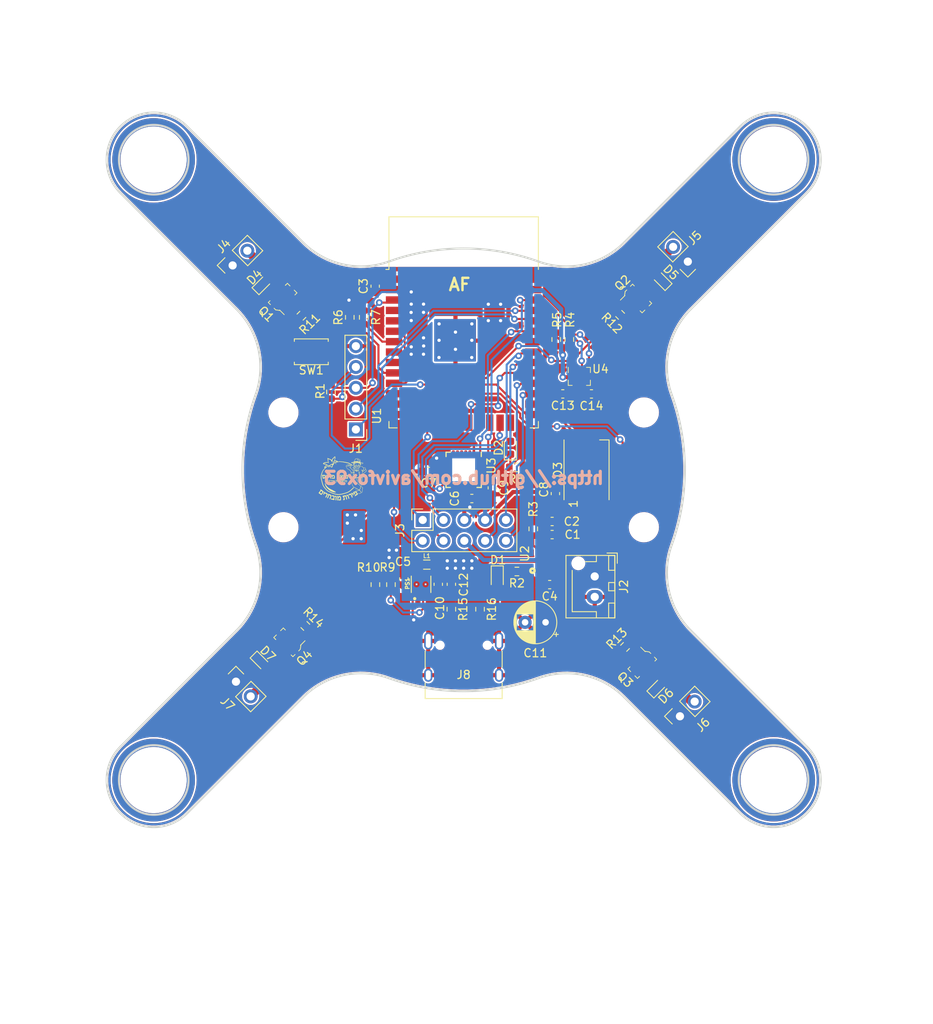
<source format=kicad_pcb>
(kicad_pcb (version 20211014) (generator pcbnew)
  (layers (0 "F.Cu" signal) (31 "B.Cu" signal) (34 "B.Paste" user) (35 "F.Paste" user) (36 "B.SilkS" user "B.Silkscreen") (37 "F.SilkS" user "F.Silkscreen") (38 "B.Mask" user) (39 "F.Mask" user) (44 "Edge.Cuts" user))
  (net 0 "")
  (net 1 "+5V")
  (net 2 "GND")
  (net 3 "VCC")
  (net 4 "+BATT")
  (net 5 "Net-(C7-Pad1)")
  (net 6 "Net-(C9-Pad1)")
  (net 7 "Net-(D1-Pad1)")
  (net 8 "Net-(D2-Pad1)")
  (net 9 "/BLE_IND")
  (net 11 "/RGB_D")
  (net 12 "Net-(D4-Pad2)")
  (net 13 "Net-(D5-Pad2)")
  (net 14 "Net-(D6-Pad2)")
  (net 15 "Net-(D7-Pad2)")
  (net 16 "/RX")
  (net 17 "/TX")
  (net 18 "/EN")
  (net 19 "/DTR")
  (net 20 "/GPIO5")
  (net 21 "/GPIO12")
  (net 22 "/GPIO13")
  (net 23 "/GPIO15")
  (net 24 "/GPIO18")
  (net 25 "/GPIO17")
  (net 26 "/GPIO16")
  (net 27 "Net-(L1-Pad1)")
  (net 28 "Net-(PS1-Pad3)")
  (net 30 "/MOTOR_1")
  (net 31 "/MOTOR_2")
  (net 32 "/MOTOR_3")
  (net 33 "/MOTOR_4")
  (net 34 "/~{CHRG}")
  (net 35 "Net-(R3-Pad1)")
  (net 36 "/SCL")
  (net 37 "/SDA")
  (net 38 "/BATT_ADC")
  (net 54 "/MPU6050_INT")
  (net 55 "Net-(J8-PadA5)")
  (net 59 "Net-(J8-PadB5)")
  (footprint "Resistor_SMD:R_0603_1608Metric" (layer "F.Cu") (at 153.3 55.1 -90)
    (fp_text reference "R5")
    (fp_text value "5.1K")
  )
  (footprint "Diode_SMD:D_SOD-523" (layer "F.Cu") (at 166.2 47.9 135)
    (fp_text reference "D5")
    (fp_text value "1N4148WT")
  )
  (footprint "digikey-footprints:SOT-23-3" (layer "F.Cu") (at 119.9 50 135)
    (fp_text reference "Q1")
    (fp_text value "IRLML6344TRPBF")
  )
  (footprint "Resistor_SMD:R_0603_1608Metric" (layer "F.Cu") (at 144 88 -90)
    (fp_text reference "R16")
    (fp_text value "5.1K")
  )
  (footprint "Inductor_SMD:L_0805_2012Metric" (layer "F.Cu") (at 137.5 82.5625)
    (fp_text reference "L1")
    (fp_text value "1.0uH 40mOhm ")
  )
  (footprint "Connector_JST:JST_XH_B2B-XH-AM_1x02_P2.50mm_Vertical" (layer "F.Cu") (at 158 84 -90)
    (fp_text reference "J2")
    (fp_text value "Battery")
  )
  (footprint "Capacitor_SMD:C_0603_1608Metric" (layer "F.Cu") (at 131.2 48.6 90)
    (fp_text reference "C3")
    (fp_text value "10uF")
  )
  (footprint "Sensor_Motion:InvenSense_QFN-24_4x4mm_P0.5mm" (layer "F.Cu") (at 142 71 -90)
    (fp_text reference "U3")
    (fp_text value "MPU-6050")
  )
  (footprint "Button_Switch_SMD:SW_Push_SPST_NO_Alps_SKRK" (layer "F.Cu") (at 123.4 56.6 180)
    (fp_text reference "SW1")
    (fp_text value "SW_Push")
  )
  (footprint "Resistor_SMD:R_0603_1608Metric" (layer "F.Cu") (at 161.1 52.1 135)
    (fp_text reference "R12")
    (fp_text value "10K")
  )
  (footprint "Capacitor_SMD:C_0603_1608Metric" (layer "F.Cu") (at 152.8 78.9 180)
    (fp_text reference "C1")
    (fp_text value "22uF")
  )
  (footprint "Capacitor_THT:CP_Radial_D5.0mm_P2.50mm" (layer "F.Cu") (at 152 89.6 180)
    (fp_text reference "C11")
    (fp_text value "220uF")
  )
  (footprint "Connector_PinSocket_2.54mm:PinSocket_2x05_P2.54mm_Vertical" (layer "F.Cu") (at 137 77.11 90)
    (fp_text reference "J3")
    (fp_text value "Conn_02x05_Counter_Clockwise")
  )
  (footprint "Connector_USB:USB_C_Receptacle_HRO_TYPE-C-31-M-12" (layer "F.Cu") (at 142 95)
    (fp_text reference "J8")
    (fp_text value "USB_C_Receptacle_USB2.0")
  )
  (footprint "Package_LGA:Bosch_LGA-8_2x2.5mm_P0.65mm_ClockwisePinNumbering" (layer "F.Cu") (at 156.12 59.6)
    (fp_text reference "U4")
    (fp_text value "BMP280")
  )
  (footprint "Connector_PinSocket_2.54mm:PinSocket_1x02_P2.54mm_Vertical" (layer "F.Cu") (at 114.203949 96.838334 45)
    (fp_text reference "J7")
    (fp_text value "Conn_01x02")
  )
  (footprint "my_logos:meshek_fox_logo.kicad_5.9X6.0_mod" (layer "F.Cu") (at 127.2 71.8)
    (fp_text reference "LOGO1" hide)
    (fp_text value "Logo_Open_Hardware_Small" hide)
  )
  (footprint "Resistor_SMD:R_0603_1608Metric" (layer "F.Cu") (at 122.670155 90.039895 -45)
    (fp_text reference "R14")
    (fp_text value "10K")
  )
  (footprint "footprints:SOT95P280X130-5N" (layer "F.Cu") (at 152 82 90)
    (fp_text reference "U2")
    (fp_text value "XC6802A42XMR-G")
  )
  (footprint "my_modules:PCB Drone Edgecuts" (layer "F.Cu") (at 142 71)
    (fp_text reference "SYM1" hide)
    (fp_text value "SYM_Hot_Small")
    (fp_line (start -27.740085 19.608357) (end -41.896077 33.764349) (layer "Edge.Cuts") (width 0.25))
    (fp_line (start 27.740085 -19.608357) (end 41.896077 -33.764349) (layer "Edge.Cuts") (width 0.25))
    (fp_line (start 19.608357 27.740085) (end 33.764349 41.896077) (layer "Edge.Cuts") (width 0.25))
    (fp_line (start -19.608357 -27.740085) (end -33.764349 -41.896077) (layer "Edge.Cuts") (width 0.25))
    (fp_line (start 41.896077 33.764349) (end 27.740085 19.608357) (layer "Edge.Cuts") (width 0.25))
    (fp_line (start -41.896077 -33.764349) (end -27.740085 -19.608357) (layer "Edge.Cuts") (width 0.25))
    (fp_line (start 33.764349 -41.896077) (end 19.608357 -27.740085) (layer "Edge.Cuts") (width 0.25))
    (fp_line (start -33.764349 41.896077) (end -19.608357 27.740085) (layer "Edge.Cuts") (width 0.25))
    (fp_arc (start 9.148833 25.402733) (mid 0 27) (end -9.148833 25.402733) (layer "Edge.Cuts") (width 0.25))
    (fp_arc (start 25.402733 -9.148833) (mid 27 0) (end 25.402733 9.148833) (layer "Edge.Cuts") (width 0.25))
    (fp_arc (start 9.148833 25.402733) (mid 14.718163 25.051861) (end 19.608357 27.740085) (layer "Edge.Cuts") (width 0.25))
    (fp_arc (start -9.148833 -25.402733) (mid -14.718163 -25.051861) (end -19.608357 -27.740085) (layer "Edge.Cuts") (width 0.25))
    (fp_arc (start 33.764349 -41.896077) (mid 41.896077 -41.896077) (end 41.896077 -33.764349) (layer "Edge.Cuts") (width 0.25))
    (fp_arc (start -27.740085 -19.608357) (mid -25.051861 -14.718163) (end -25.402733 -9.148833) (layer "Edge.Cuts") (width 0.25))
    (fp_arc (start -25.402733 9.148833) (mid -27 0) (end -25.402733 -9.148833) (layer "Edge.Cuts") (width 0.25))
    (fp_arc (start -25.402733 9.148833) (mid -25.051861 14.718163) (end -27.740085 19.608357) (layer "Edge.Cuts") (width 0.25))
    (fp_arc (start -19.608357 27.740085) (mid -14.718163 25.051861) (end -9.148833 25.402733) (layer "Edge.Cuts") (width 0.25))
    (fp_arc (start 19.608357 -27.740085) (mid 14.718163 -25.051861) (end 9.148833 -25.402733) (layer "Edge.Cuts") (width 0.25))
    (fp_arc (start 25.402733 -9.148833) (mid 25.051861 -14.718163) (end 27.740085 -19.608357) (layer "Edge.Cuts") (width 0.25))
    (fp_arc (start 27.740085 19.608357) (mid 25.051861 14.718163) (end 25.402733 9.148833) (layer "Edge.Cuts") (width 0.25))
    (fp_arc (start -41.896077 -33.764349) (mid -41.896077 -41.896077) (end -33.764349 -41.896077) (layer "Edge.Cuts") (width 0.25))
    (fp_arc (start -33.764349 41.896077) (mid -41.896077 41.896077) (end -41.896077 33.764349) (layer "Edge.Cuts") (width 0.25))
    (fp_arc (start -9.148833 -25.402733) (mid 0 -27) (end 9.148833 -25.402733) (layer "Edge.Cuts") (width 0.25))
    (fp_arc (start 41.896077 33.764349) (mid 41.896077 41.896077) (end 33.764349 41.896077) (layer "Edge.Cuts") (width 0.25))
    (fp_circle (center -37.830213 -37.830213) (end -33.580213 -37.830213) (layer "Edge.Cuts") (width 0.25) (fill none))
    (fp_circle (center -37.830213 37.830213) (end -33.580213 37.830213) (layer "Edge.Cuts") (width 0.25) (fill none))
    (fp_circle (center 37.830213 37.830213) (end 42.080213 37.830213) (layer "Edge.Cuts") (width 0.25) (fill none))
    (fp_circle (center 37.830213 -37.830213) (end 42.080213 -37.830213) (layer "Edge.Cuts") (width 0.25) (fill none))
  )
  (footprint "Resistor_SMD:R_0603_1608Metric" (layer "F.Cu") (at 140.5 88 -90)
    (fp_text reference "R15")
    (fp_text value "5.1K")
  )
  (footprint "digikey-footprints:SOT-23-3" (layer "F.Cu") (at 163.2 50.1 45)
    (fp_text reference "Q2")
    (fp_text value "IRLML6344TRPBF")
  )
  (footprint "LED_SMD:LED_WS2812B_PLCC4_5.0x5.0mm_P3.2mm" (layer "F.Cu") (at 157 71 90)
    (fp_text reference "D3")
    (fp_text value "WS2812B")
  )
  (footprint "Resistor_SMD:R_0603_1608Metric" (layer "F.Cu") (at 161.7 92.6 45)
    (fp_text reference "R13")
    (fp_text value "10K")
  )
  (footprint "Connector_PinHeader_2.54mm:PinHeader_1x05_P2.54mm_Vertical" (layer "F.Cu") (at 128.84 66.075 180)
    (fp_text reference "J1")
    (fp_text value "UART")
  )
  (footprint "Capacitor_SMD:C_0603_1608Metric" (layer "F.Cu") (at 143 74.5)
    (fp_text reference "C6")
    (fp_text value "0.1uF")
  )
  (footprint "Capacitor_SMD:C_0603_1608Metric" (layer "F.Cu") (at 140.5 84.9625 -90)
    (fp_text reference "C12")
    (fp_text value "22uF")
  )
  (footprint "Resistor_SMD:R_0603_1608Metric" (layer "F.Cu") (at 131.225 85 -90)
    (fp_text reference "R10")
    (fp_text value "0R")
  )
  (footprint "Resistor_SMD:R_0603_1608Metric" (layer "F.Cu") (at 125.8 61.5 -90)
    (fp_text reference "R1")
    (fp_text value "10K")
  )
  (footprint "Resistor_SMD:R_0603_1608Metric" (layer "F.Cu") (at 148.5 83.4 180)
    (fp_text reference "R2")
    (fp_text value "220R")
  )
  (footprint "MountingHole:MountingHole_3.2mm_M3" (layer "F.Cu") (at 164 78)
    (fp_text reference "H4" hide)
    (fp_text value "MountingHole")
  )
  (footprint "Resistor_SMD:R_0603_1608Metric" (layer "F.Cu") (at 148.4 70.7 180)
    (fp_text reference "R8")
    (fp_text value "220R")
  )
  (footprint "Resistor_SMD:R_0603_1608Metric" (layer "F.Cu") (at 122.2 52.2 -135)
    (fp_text reference "R11")
    (fp_text value "10K")
  )
  (footprint "Capacitor_SMD:C_0603_1608Metric" (layer "F.Cu") (at 138.9 84.9625 -90)
    (fp_text reference "C10")
    (fp_text value "10uF")
  )
  (footprint "RF_Module:ESP32-WROOM-32" (layer "F.Cu") (at 142 56)
    (fp_text reference "U1")
    (fp_text value "ESP32-WROOM-32D")
  )
  (footprint "Capacitor_SMD:C_0603_1608Metric" (layer "F.Cu") (at 152.8 77.3 180)
    (fp_text reference "C2")
    (fp_text value "10uF")
  )
  (footprint "digikey-footprints:SOT-23-3" (layer "F.Cu") (at 163.805025 94.694975 -45)
    (fp_text reference "Q3")
    (fp_text value "IRLML6344TRPBF")
  )
  (footprint "MountingHole:MountingHole_3.2mm_M3" (layer "F.Cu") (at 164 64)
    (fp_text reference "H1" hide)
    (fp_text value "MountingHole")
  )
  (footprint "Capacitor_SMD:C_0603_1608Metric" (layer "F.Cu") (at 137.7 71.2 180)
    (fp_text reference "C7")
    (fp_text value "0.1uF")
  )
  (footprint "Diode_SMD:D_SOD-523" (layer "F.Cu") (at 165.605025 97.594975 45)
    (fp_text reference "D6")
    (fp_text value "1N4148WT")
  )
  (footprint "Diode_SMD:D_SOD-523" (layer "F.Cu") (at 117.170155 94.339895 -45)
    (fp_text reference "D7")
    (fp_text value "1N4148WT")
  )
  (footprint "LED_SMD:LED_0603_1608Metric" (layer "F.Cu") (at 146.1 84.2 -90)
    (fp_text reference "D1")
    (fp_text value "Orange")
  )
  (footprint "Capacitor_SMD:C_0603_1608Metric" (layer "F.Cu") (at 154.1 61.74 180)
    (fp_text reference "C13")
    (fp_text value "100nF")
  )
  (footprint "LED_SMD:LED_0603_1608Metric" (layer "F.Cu") (at 147.7 68.3125 90)
    (fp_text reference "D2")
    (fp_text value "BLE")
  )
  (footprint "Capacitor_SMD:C_0603_1608Metric" (layer "F.Cu") (at 157.6 61.74)
    (fp_text reference "C14")
    (fp_text value "100nF")
  )
  (footprint "Diode_SMD:D_SOD-523" (layer "F.Cu") (at 117.4 48.4 45)
    (fp_text reference "D4")
    (fp_text value "1N4148WT")
  )
  (footprint "Capacitor_SMD:C_0603_1608Metric" (layer "F.Cu") (at 153.2 73.9 -90)
    (fp_text reference "C8")
    (fp_text value "10uF")
  )
  (footprint "footprints:CONV_TPS62082DSGT" (layer "F.Cu") (at 136.8 84.9625 90)
    (fp_text reference "PS1")
    (fp_text value "TPS62082DSGT")
  )
  (footprint "MountingHole:MountingHole_3.2mm_M3" (layer "F.Cu") (at 120 78)
    (fp_text reference "H3" hide)
    (fp_text value "MountingHole")
  )
  (footprint "Connector_PinSocket_2.54mm:PinSocket_1x02_P2.54mm_Vertical" (layer "F.Cu") (at 169.366206 45.601561 -135)
    (fp_text reference "J5")
    (fp_text value "Conn_01x02")
  )
  (footprint "MountingHole:MountingHole_3.2mm_M3" (layer "F.Cu") (at 120 64)
    (fp_text reference "H2" hide)
    (fp_text value "MountingHole")
  )
  (footprint "Capacitor_SMD:C_0603_1608Metric" (layer "F.Cu") (at 134.7 84.3 -90)
    (fp_text reference "C5")
    (fp_text value "10uF")
  )
  (footprint "Connector_PinSocket_2.54mm:PinSocket_1x02_P2.54mm_Vertical" (layer "F.Cu") (at 168.403464 101.061181 135)
    (fp_text reference "J6")
    (fp_text value "Conn_01x02")
  )
  (footprint "Resistor_SMD:R_0603_1608Metric" (layer "F.Cu") (at 150.5 78.2 90)
    (fp_text reference "R3")
    (fp_text value "1.5K")
  )
  (footprint "Capacitor_SMD:C_0603_1608Metric" (layer "F.Cu") (at 152.5 85 180)
    (fp_text reference "C4")
    (fp_text value "10uF")
  )
  (footprint "Resistor_SMD:R_0603_1608Metric" (layer "F.Cu") (at 129.8 52.4 90)
    (fp_text reference "R7")
    (fp_text value "100K")
  )
  (footprint "Capacitor_SMD:C_0603_1608Metric" (layer "F.Cu") (at 145.5 73.2 -90)
    (fp_text reference "C9")
    (fp_text value "2.2nF")
  )
  (footprint "Resistor_SMD:R_0603_1608Metric" (layer "F.Cu") (at 133.125 85 -90)
    (fp_text reference "R9")
    (fp_text value "0R")
  )
  (footprint "digikey-footprints:SOT-23-3" (layer "F.Cu") (at 120.570155 92.039895 -135)
    (fp_text reference "Q4")
    (fp_text value "IRLML6344TRPBF")
  )
  (footprint "Connector_PinSocket_2.54mm:PinSocket_1x02_P2.54mm_Vertical" (layer "F.Cu") (at 113.798439 46.066206 135)
    (fp_text reference "J4")
    (fp_text value "Conn_01x02")
  )
  (footprint "Resistor_SMD:R_0603_1608Metric" (layer "F.Cu") (at 154.9 55.1 -90)
    (fp_text reference "R4")
    (fp_text value "5.1K")
  )
  (footprint "Resistor_SMD:R_0603_1608Metric" (layer "F.Cu") (at 128.1 52.4 -90)
    (fp_text reference "R6")
    (fp_text value "100K")
  )
  (gr_text "https://github.com/avivfox93" (at 142 72) (layer "B.SilkS") (effects (font (size 1.5 1.5) (thickness 0.375)) (justify mirror)))
  (gr_text "AF" (at 141.5 48.4) (layer "F.SilkS") (effects (font (size 1.5 1.5) (thickness 0.3))))
  (segment (start 152.95 80.75) (end 153.5 80.2) (width 0.5) (layer "F.Cu") (net 1))
  (segment (start 145.17548 82.916944) (end 145.17548 84.06298) (width 0.5) (layer "F.Cu") (net 1))
  (segment (start 139.55 91.779022) (end 140.070978 92.3) (width 0.25) (layer "F.Cu") (net 1))
  (segment (start 153.5 80.2) (end 153.5 78.975) (width 0.5) (layer "F.Cu") (net 1))
  (segment (start 145.17548 84.06298) (end 146.1 84.9875) (width 0.5) (layer "F.Cu") (net 1))
  (segment (start 144.45 91.850727) (end 144.45 90.955) (width 0.25) (layer "F.Cu") (net 1))
  (segment (start 144.45 90.955) (end 144.45 90.05) (width 0.5) (layer "F.Cu") (net 1))
  (segment (start 144.45 90.05) (end 146.1 88.4) (width 0.5) (layer "F.Cu") (net 1))
  (segment (start 152.95 80.75) (end 151.6 82.1) (width 0.5) (layer "F.Cu") (net 1))
  (segment (start 153.575 77.3) (end 153.575 78.9) (width 0.5) (layer "F.Cu") (net 1))
  (segment (start 153.5 78.975) (end 153.575 78.9) (width 0.5) (layer "F.Cu") (net 1))
  (segment (start 151.6 82.1) (end 145.992424 82.1) (width 0.5) (layer "F.Cu") (net 1))
  (segment (start 140.070978 92.3) (end 144.000727 92.3) (width 0.25) (layer "F.Cu") (net 1))
  (segment (start 146.1 88.4) (end 146.1 84.9875) (width 0.5) (layer "F.Cu") (net 1))
  (segment (start 145.992424 82.1) (end 145.17548 82.916944) (width 0.5) (layer "F.Cu") (net 1))
  (segment (start 139.55 90.955) (end 139.55 91.779022) (width 0.25) (layer "F.Cu") (net 1))
  (segment (start 144.000727 92.3) (end 144.45 91.850727) (width 0.25) (layer "F.Cu") (net 1))
  (segment (start 136.925 71.625) (end 136.925 71.2) (width 0.25) (layer "F.Cu") (net 2))
  (segment (start 143.25 73.975) (end 143.775 74.5) (width 0.25) (layer "F.Cu") (net 2))
  (segment (start 137.2 70.3) (end 136.925 70.575) (width 0.25) (layer "F.Cu") (net 2))
  (segment (start 142.08 77.11) (end 142.39 77.11) (width 0.25) (layer "F.Cu") (net 2))
  (segment (start 146.425 73.975) (end 149.225 71.175) (width 0.25) (layer "F.Cu") (net 2))
  (segment (start 139.559994 71.75) (end 138.8 72.509994) (width 0.25) (layer "F.Cu") (net 2))
  (segment (start 138.827138 70.3) (end 137.2 70.3) (width 0.25) (layer "F.Cu") (net 2))
  (segment (start 140.05 70.75) (end 139.277138 70.75) (width 0.25) (layer "F.Cu") (net 2))
  (segment (start 143.25 72.95) (end 143.25 73.975) (width 0.25) (layer "F.Cu") (net 2))
  (segment (start 149.225 71.175) (end 149.225 70.7) (width 0.25) (layer "F.Cu") (net 2))
  (segment (start 138.8 72.509994) (end 137.809994 72.509994) (width 0.25) (layer "F.Cu") (net 2))
  (segment (start 142.39 77.11) (end 143.775 75.725) (width 0.25) (layer "F.Cu") (net 2))
  (segment (start 143.775 75.725) (end 143.775 74.5) (width 0.25) (layer "F.Cu") (net 2))
  (segment (start 139.277138 70.75) (end 138.827138 70.3) (width 0.25) (layer "F.Cu") (net 2))
  (segment (start 136.925 70.575) (end 136.925 71.2) (width 0.25) (layer "F.Cu") (net 2))
  (segment (start 140.05 71.75) (end 139.559994 71.75) (width 0.25) (layer "F.Cu") (net 2))
  (segment (start 145.5 73.975) (end 146.425 73.975) (width 0.25) (layer "F.Cu") (net 2))
  (segment (start 144.975 74.5) (end 145.5 73.975) (width 0.25) (layer "F.Cu") (net 2))
  (segment (start 151.725 85) (end 152 84.725) (width 0.25) (layer "F.Cu") (net 2))
  (segment (start 152 84.725) (end 152 83.25) (width 0.25) (layer "F.Cu") (net 2))
  (segment (start 137.809994 72.509994) (end 136.925 71.625) (width 0.25) (layer "F.Cu") (net 2))
  (segment (start 143.775 74.5) (end 144.975 74.5) (width 0.25) (layer "F.Cu") (net 2))
  (via (at 141 54.2) (size 0.8) (drill 0.4) (layers "F.Cu" "B.Cu") (net 2))
  (via (at 138.995467 55.2) (size 0.8) (drill 0.4) (layers "F.Cu" "B.Cu") (net 2))
  (via (at 127.8 76.5) (size 0.8) (drill 0.4) (layers "F.Cu" "B.Cu") (net 2))
  (via (at 142.986417 57.3) (size 0.8) (drill 0.4) (layers "F.Cu" "B.Cu") (net 2))
  (via (at 142.995467 55.2) (size 0.8) (drill 0.4) (layers "F.Cu" "B.Cu") (net 2))
  (via (at 139 53.2) (size 0.8) (drill 0.4) (layers "F.Cu" "B.Cu") (net 2))
  (via (at 141 56.3) (size 0.8) (drill 0.4) (layers "F.Cu" "B.Cu") (net 2))
  (via (at 128.8 76.5) (size 0.8) (drill 0.4) (layers "F.Cu" "B.Cu") (net 2))
  (via (at 138.986417 57.3) (size 0.8) (drill 0.4) (layers "F.Cu" "B.Cu") (net 2))
  (via (at 127.8 77.5) (size 0.8) (drill 0.4) (layers "F.Cu" "B.Cu") (net 2))
  (via (at 143 53.2) (size 0.8) (drill 0.4) (layers "F.Cu" "B.Cu") (net 2))
  (via (at 129.5 78.4) (size 0.8) (drill 0.4) (layers "F.Cu" "B.Cu") (net 2))
  (via (at 128.5 79.4) (size 0.8) (drill 0.4) (layers "F.Cu" "B.Cu") (net 2))
  (via (at 129.5 79.4) (size 0.8) (drill 0.4) (layers "F.Cu" "B.Cu") (net 2))
  (segment (start 125.8 62.325) (end 126.975 62.325) (width 0.25) (layer "F.Cu") (net 3))
  (segment (start 126.975 62.325) (end 127.2 62.1) (width 0.25) (layer "F.Cu") (net 3))
  (segment (start 156.300489 59.700489) (end 156.445 59.845) (width 0.5) (layer "F.Cu") (net 3))
  (segment (start 155.170489 59.700489) (end 155.799511 59.700489) (width 0.5) (layer "F.Cu") (net 3))
  (segment (start 131.2 49.375) (end 131.425 49.375) (width 0.5) (layer "F.Cu") (net 3))
  (segment (start 138.697668 69.5755) (end 138.885494 69.5755) (width 0.25) (layer "F.Cu") (net 3))
  (segment (start 155.145 60.4) (end 155.145 59.725978) (width 0.5) (layer "F.Cu") (net 3))
  (segment (start 155.795 59.695978) (end 155.795 58.8) (width 0.5) (layer "F.Cu") (net 3))
  (segment (start 155.145 60.4) (end 155.145 61.47) (width 0.5) (layer "F.Cu") (net 3))
  (segment (start 155.799511 59.700489) (end 155.795 59.695978) (width 0.5) (layer "F.Cu") (net 3))
  (segment (start 139.559994 70.25) (end 140.05 70.25) (width 0.25) (layer "F.Cu") (net 3))
  (segment (start 142.225 75.025) (end 142.75 75.55) (width 0.5) (layer "F.Cu") (net 3))
  (segment (start 154.125 55.925) (end 154.9 55.925) (width 0.5) (layer "F.Cu") (net 3))
  (segment (start 141.809994 74.5) (end 142.225 74.5) (width 0.25) (layer "F.Cu") (net 3))
  (segment (start 153.3 55.925) (end 154.125 55.925) (width 0.5) (layer "F.Cu") (net 3))
  (segment (start 140.75 72.95) (end 140.75 73.440006) (width 0.25) (layer "F.Cu") (net 3))
  (segment (start 135.315 49.015) (end 135.6 49.3) (width 0.5) (layer "F.Cu") (net 3))
  (segment (start 155.170489 59.700489) (end 155.17 59.7) (width 0.5) (layer "F.Cu") (net 3))
  (segment (start 140.75 73.440006) (end 141.809994 74.5) (width 0.25) (layer "F.Cu") (net 3))
  (segment (start 133.5 49.015) (end 135.315 49.015) (width 0.5) (layer "F.Cu") (net 3))
  (segment (start 138.885494 69.5755) (end 139.559994 70.25) (width 0.25) (layer "F.Cu") (net 3))
  (segment (start 155.145 59.725978) (end 155.170489 59.700489) (width 0.5) (layer "F.Cu") (net 3))
  (segment (start 153.2 73.125) (end 152.625 73.7) (width 0.5) (layer "F.Cu") (net 3))
  (segment (start 154.125 56.975) (end 154.1 57) (width 0.5) (layer "F.Cu") (net 3))
  (segment (start 156.445 60.944511) (end 156.825 61.324511) (width 0.5) (layer "F.Cu") (net 3))
  (segment (start 154.125 55.925) (end 154.125 56.975) (width 0.5) (layer "F.Cu") (net 3))
  (segment (start 155.145 61.47) (end 154.875 61.74) (width 0.5) (layer "F.Cu") (net 3))
  (segment (start 156.445 59.845) (end 156.445 60.4) (width 0.5) (layer "F.Cu") (net 3))
  (segment (start 155.799511 59.700489) (end 156.300489 59.700489) (width 0.5) (layer "F.Cu") (net 3))
  (segment (start 131.8 49) (end 131.815 49.015) (width 0.5) (layer "F.Cu") (net 3))
  (segment (start 155.075 73.125) (end 155.4 73.45) (width 0.5) (layer "F.Cu") (net 3))
  (segment (start 155.17 59.7) (end 154.1 59.7) (width 0.5) (layer "F.Cu") (net 3))
  (segment (start 131.815 49.015) (end 133.5 49.015) (width 0.5) (layer "F.Cu") (net 3))
  (segment (start 131.425 49.375) (end 131.8 49) (width 0.5) (layer "F.Cu") (net 3))
  (segment (start 142.225 74.5) (end 142.225 75.025) (width 0.5) (layer "F.Cu") (net 3))
  (segment (start 156.445 60.4) (end 156.445 60.944511) (width 0.5) (layer "F.Cu") (net 3))
  (segment (start 152.625 73.7) (end 148.03 73.7) (width 0.5) (layer "F.Cu") (net 3))
  (segment (start 153.2 73.125) (end 155.075 73.125) (width 0.5) (layer "F.Cu") (net 3))
  (segment (start 148.03 73.7) (end 144.62 77.11) (width 0.5) (layer "F.Cu") (net 3))
  (segment (start 156.825 61.324511) (end 156.825 61.74) (width 0.5) (layer "F.Cu") (net 3))
  (via (at 142.75 75.55) (size 0.8) (drill 0.4) (layers "F.Cu" "B.Cu") (net 3))
  (via (at 137.115818 55.889614) (size 0.8) (drill 0.4) (layers "F.Cu" "B.Cu") (net 3))
  (via (at 135.6 56) (size 0.8) (drill 0.4) (layers "F.Cu" "B.Cu") (net 3))
  (via (at 154.1 59.7) (size 0.8) (drill 0.4) (layers "F.Cu" "B.Cu") (net 3))
  (via (at 146.50905 52.8) (size 0.8) (drill 0.4) (layers "F.Cu" "B.Cu") (net 3))
  (via (at 135.6 49.3) (size 0.8) (drill 0.4) (layers "F.Cu" "B.Cu") (net 3))
  (via (at 137.1 54.9) (size 0.8) (drill 0.4) (layers "F.Cu" "B.Cu") (net 3))
  (via (at 154.1 57) (size 0.8) (drill 0.4) (layers "F.Cu" "B.Cu") (net 3))
  (via (at 135.597289 56.9) (size 0.8) (drill 0.4) (layers "F.Cu" "B.Cu") (net 3))
  (via (at 140.997757 83) (size 0.8) (drill 0.4) (layers "F.Cu" "B.Cu") (net 3))
  (via (at 143 82.1) (size 0.8) (drill 0.4) (layers "F.Cu" "B.Cu") (net 3))
  (via (at 146.511761 50.8) (size 0.8) (drill 0.4) (layers "F.Cu" "B.Cu") (net 3))
  (via (at 142.997757 83) (size 0.8) (drill 0.4) (layers "F.Cu" "B.Cu") (net 3))
  (via (at 137.097289 56.9) (size 0.8) (drill 0.4) (layers "F.Cu" "B.Cu") (net 3))
  (via (at 145.00905 52.8) (size 0.8) (drill 0.4) (layers "F.Cu" "B.Cu") (net 3))
  (via (at 127.2 62.1) (size 0.8) (drill 0.4) (layers "F.Cu" "B.Cu") (net 3))
  (via (at 135.584182 51.8) (size 0.8) (drill 0.4) (layers "F.Cu" "B.Cu") (net 3))
  (via (at 135.602711 50.789614) (size 0.8) (drill 0.4) (layers "F.Cu" "B.Cu") (net 3))
  (via (at 138.697668 69.5755) (size 0.8) (drill 0.4) (layers "F.Cu" "B.Cu") (net 3))
  (via (at 140 82.1) (size 0.8) (drill 0.4) (layers "F.Cu" "B.Cu") (net 3))
  (via (at 137.102711 50.789614) (size 0.8) (drill 0.4) (layers "F.Cu" "B.Cu") (net 3))
  (via (at 142 82.1) (size 0.8) (drill 0.4) (layers "F.Cu" "B.Cu") (net 3))
  (via (at 135.6 52.789614) (size 0.8) (drill 0.4) (layers "F.Cu" "B.Cu") (net 3))
  (via (at 139.997757 83) (size 0.8) (drill 0.4) (layers "F.Cu" "B.Cu") (net 3))
  (via (at 137.1 51.791869) (size 0.8) (drill 0.4) (layers "F.Cu" "B.Cu") (net 3))
  (via (at 141 82.1) (size 0.8) (drill 0.4) (layers "F.Cu" "B.Cu") (net 3))
  (via (at 145.011761 50.8) (size 0.8) (drill 0.4) (layers "F.Cu" "B.Cu") (net 3))
  (via (at 141.997757 83) (size 0.8) (drill 0.4) (layers "F.Cu" "B.Cu") (net 3))
  (segment (start 127.2 62.1) (end 127.2 60.783012) (width 0.25) (layer "B.Cu") (net 3))
  (segment (start 130.4 58.6) (end 130.4 50.875386) (width 0.25) (layer "B.Cu") (net 3))
  (segment (start 129.370489 59.629511) (end 130.4 58.6) (width 0.25) (layer "B.Cu") (net 3))
  (segment (start 131.975386 49.3) (end 135.6 49.3) (width 0.25) (layer "B.Cu") (net 3))
  (segment (start 148.2 49.1) (end 146.511761 50.788239) (width 0.5) (layer "B.Cu") (net 3))
  (segment (start 154.1 59.7) (end 154.1 57) (width 0.5) (layer "B.Cu") (net 3))
  (segment (start 139.9 72.7) (end 142.75 75.55) (width 0.25) (layer "B.Cu") (net 3))
  (segment (start 139.9 70.777832) (end 139.9 72.7) (width 0.25) (layer "B.Cu") (net 3))
  (segment (start 128.353501 59.629511) (end 129.370489 59.629511) (width 0.25) (layer "B.Cu") (net 3))
  (segment (start 138.697668 69.5755) (end 139.9 70.777832) (width 0.25) (layer "B.Cu") (net 3))
  (segment (start 151.6 49.1) (end 148.2 49.1) (width 0.5) (layer "B.Cu") (net 3))
  (segment (start 142.75 75.55) (end 144.31 77.11) (width 0.25) (layer "B.Cu") (net 3))
  (segment (start 127.2 60.783012) (end 128.353501 59.629511) (width 0.25) (layer "B.Cu") (net 3))
  (segment (start 146.511761 50.788239) (end 146.511761 50.8) (width 0.5) (layer "B.Cu") (net 3))
  (segment (start 153.9 56.8) (end 153.9 51.4) (width 0.5) (layer "B.Cu") (net 3))
  (segment (start 130.4 50.875386) (end 131.975386 49.3) (width 0.25) (layer "B.Cu") (net 3))
  (segment (start 154.1 57) (end 153.9 56.8) (width 0.5) (layer "B.Cu") (net 3))
  (segment (start 153.9 51.4) (end 151.6 49.1) (width 0.5) (layer "B.Cu") (net 3))
  (segment (start 144.31 77.11) (end 144.62 77.11) (width 0.25) (layer "B.Cu") (net 3))
  (segment (start 136.05 85.9125) (end 135.775489 86.187011) (width 0.25) (layer "F.Cu") (net 4))
  (segment (start 114.203949 96.306101) (end 114.203949 96.838334) (width 0.5) (layer "F.Cu") (net 4))
  (segment (start 113.798439 46.066206) (end 114.076256 46.066206) (width 0.5) (layer "F.Cu") (net 4))
  (segment (start 169.366206 45.733794) (end 169.366206 45.601561) (width 0.5) (layer "F.Cu") (net 4))
  (segment (start 134.7 83.525) (end 133.775 83.525) (width 0.5) (layer "F.Cu") (net 4))
  (segment (start 114.680205 95.839895) (end 114.670155 95.839895) (width 0.5) (layer "F.Cu") (net 4))
  (segment (start 166.694975 48.394975) (end 166.705025 48.394975) (width 0.5) (layer "F.Cu") (net 4))
  (segment (start 166.705025 48.394975) (end 169.366206 45.733794) (width 0.5) (layer "F.Cu") (net 4))
  (segment (start 128.1 51.575) (end 128.1 50.4) (width 0.25) (layer "F.Cu") (net 4))
  (segment (start 116.67518 93.84492) (end 114.680205 95.839895) (width 0.5) (layer "F.Cu") (net 4))
  (segment (start 135.775489 86.187011) (end 135.775489 89.175489) (width 0.25) (layer "F.Cu") (net 4))
  (segment (start 114.076256 46.066206) (end 116.905025 48.894975) (width 0.5) (layer "F.Cu") (net 4))
  (segment (start 128.1 50.4) (end 128 50.3) (width 0.25) (layer "F.Cu") (net 4))
  (segment (start 114.670155 95.839895) (end 114.203949 96.306101) (width 0.5) (layer "F.Cu") (net 4))
  (segment (start 165.18995 98.08995) (end 168.161181 101.061181) (width 0.5) (layer "F.Cu") (net 4))
  (segment (start 135.775489 89.175489) (end 135.9 89.3) (width 0.25) (layer "F.Cu") (net 4))
  (segment (start 133.775 83.525) (end 133.125 84.175) (width 0.5) (layer "F.Cu") (net 4))
  (segment (start 165.11005 98.08995) (end 165.18995 98.08995) (width 0.5) (layer "F.Cu") (net 4))
  (segment (start 168.161181 101.061181) (end 168.403464 101.061181) (width 0.5) (layer "F.Cu") (net 4))
  (via (at 133.8 80.8) (size 0.8) (drill 0.4) (layers "F.Cu" "B.Cu") (net 4))
  (via (at 128 50.3) (size 0.8) (drill 0.4) (layers "F.Cu" "B.Cu") (net 4))
  (via (at 135.9 89.3) (size 0.8) (drill 0.4) (layers "F.Cu" "B.Cu") (net 4))
  (via (at 132.9 80.8) (size 0.8) (drill 0.4) (layers "F.Cu" "B.Cu") (net 4))
  (via (at 132.9 81.7) (size 0.8) (drill 0.4) (layers "F.Cu" "B.Cu") (net 4))
  (segment (start 144.43 82) (end 153.4 82) (width 0.5) (layer "B.Cu") (net 4))
  (segment (start 153.4 82) (end 155.7 84.3) (width 0.5) (layer "B.Cu") (net 4))
  (segment (start 142.08 79.65) (end 144.43 82) (width 0.5) (layer "B.Cu") (net 4))
  (segment (start 157.7 84.3) (end 158 84) (width 0.5) (layer "B.Cu") (net 4))
  (segment (start 155.7 84.3) (end 157.7 84.3) (width 0.5) (layer "B.Cu") (net 4))
  (segment (start 140.05 71.25) (end 138.525 71.25) (width 0.25) (layer "F.Cu") (net 5))
  (segment (start 138.525 71.25) (end 138.475 71.2) (width 0.25) (layer "F.Cu") (net 5))
  (segment (start 144.825 71.75) (end 143.95 71.75) (width 0.25) (layer "F.Cu") (net 6))
  (segment (start 145.5 72.425) (end 144.825 71.75) (width 0.25) (layer "F.Cu") (net 6))
  (segment (start 147.6625 83.4125) (end 147.675 83.4) (width 0.25) (layer "F.Cu") (net 7))
  (segment (start 146.1 83.4125) (end 147.6625 83.4125) (width 0.25) (layer "F.Cu") (net 7))
  (segment (start 147.7 69.1) (end 147.7 70.575) (width 0.25) (layer "F.Cu") (net 8))
  (segment (start 147.7 70.575) (end 147.575 70.7) (width 0.25) (layer "F.Cu") (net 8))
  (segment (start 147.715 67.51) (end 147.7 67.525) (width 0.25) (layer "F.Cu") (net 9))
  (segment (start 147.715 65.255) (end 147.715 67.51) (width 0.25) (layer "F.Cu") (net 9))
  (segment (start 151.985 62.985) (end 155.4 66.4) (width 0.25) (layer "F.Cu") (net 11))
  (segment (start 150.5 62.985) (end 151.985 62.985) (width 0.25) (layer "F.Cu") (net 11))
  (segment (start 155.4 66.4) (end 155.4 68.55) (width 0.25) (layer "F.Cu") (net 11))
  (segment (start 117.894975 46.594975) (end 117.894975 47.905025) (width 1) (layer "F.Cu") (net 12))
  (segment (start 115.59449 44.29449) (end 117.894975 46.594975) (width 1) (layer "F.Cu") (net 12))
  (segment (start 115.59449 44.270155) (end 115.59449 44.29449) (width 1) (layer "F.Cu") (net 12))
  (segment (start 119.157538 49.167588) (end 117.894975 47.905025) (width 1) (layer "F.Cu") (net 12))
  (segment (start 167.570155 43.829845) (end 165.705025 45.694975) (width 1) (layer "F.Cu") (net 13))
  (segment (start 167.570155 43.80551) (end 167.570155 43.829845) (width 1) (layer "F.Cu") (net 13))
  (segment (start 165.705025 45.694975) (end 165.705025 47.405025) (width 1) (layer "F.Cu") (net 13))
  (segment (start 163.942462 49.167588) (end 165.705025 47.405025) (width 1) (layer "F.Cu") (net 13))
  (segment (start 167.6 97.1) (end 166.1 97.1) (width 1) (layer "F.Cu") (net 14))
  (segment (start 164.547487 95.547487) (end 166.1 97.1) (width 1) (layer "F.Cu") (net 14))
  (segment (start 169.76513 99.26513) (end 167.6 97.1) (width 1) (layer "F.Cu") (net 14))
  (segment (start 170.199515 99.26513) (end 169.76513 99.26513) (width 1) (layer "F.Cu") (net 14))
  (segment (start 116 98.634385) (end 117.66513 96.969255) (width 1) (layer "F.Cu") (net 15))
  (segment (start 117.66513 96.969255) (end 117.66513 94.83487) (width 1) (layer "F.Cu") (net 15))
  (segment (start 119.717643 92.782357) (end 117.66513 94.83487) (width 1) (layer "F.Cu") (net 15))
  (segment (start 150.275 52.6) (end 150.5 52.825) (width 0.25) (layer "F.Cu") (net 16))
  (segment (start 148.2 52.6) (end 150.275 52.6) (width 0.25) (layer "F.Cu") (net 16))
  (via (at 148.2 52.6) (size 0.8) (drill 0.4) (layers "F.Cu" "B.Cu") (net 16))
  (segment (start 147.64952 52.04952) (end 148.2 52.6) (width 0.25) (layer "B.Cu") (net 16))
  (segment (start 138.502681 52.04952) (end 147.64952 52.04952) (width 0.25) (layer "B.Cu") (net 16))
  (segment (start 130.014511 63.2) (end 132.04952 61.164991) (width 0.25) (layer "B.Cu") (net 16))
  (segment (start 132.04952 61.164991) (end 132.04952 58.586198) (width 0.25) (layer "B.Cu") (net 16))
  (segment (start 137.586301 52.9659) (end 138.502681 52.04952) (width 0.25) (layer "B.Cu") (net 16))
  (segment (start 128.84 66.075) (end 130.014511 64.900489) (width 0.25) (layer "B.Cu") (net 16))
  (segment (start 133.317859 57.317859) (end 133.317859 57.217859) (width 0.25) (layer "B.Cu") (net 16))
  (segment (start 137.569818 52.9659) (end 137.586301 52.9659) (width 0.25) (layer "B.Cu") (net 16))
  (segment (start 130.014511 64.900489) (end 130.014511 63.2) (width 0.25) (layer "B.Cu") (net 16))
  (segment (start 132.04952 58.586198) (end 133.317859 57.317859) (width 0.25) (layer "B.Cu") (net 16))
  (segment (start 133.317859 57.217859) (end 137.569818 52.9659) (width 0.25) (layer "B.Cu") (net 16))
  (segment (start 150.455 51.6) (end 150.5 51.555) (width 0.25) (layer "F.Cu") (net 17))
  (segment (start 148.3 51.6) (end 150.455 51.6) (width 0.25) (layer "F.Cu") (net 17))
  (via (at 148.3 51.6) (size 0.8) (drill 0.4) (layers "F.Cu" "B.Cu") (net 17))
  (segment (start 128.84 63.535) (end 131.6 60.775) (width 0.25) (layer "B.Cu") (net 17))
  (segment (start 137.38362 52.51638) (end 137.400103 52.51638) (width 0.25) (layer "B.Cu") (net 17))
  (segment (start 137.400103 52.51638) (end 137.824511 52.091972) (width 0.25) (layer "B.Cu") (net 17))
  (segment (start 137.824511 52.075489) (end 138.3 51.6) (width 0.25) (layer "B.Cu") (net 17))
  (segment (start 131.6 58.3) (end 137.38362 52.51638) (width 0.25) (layer "B.Cu") (net 17))
  (segment (start 138.3 51.6) (end 148.3 51.6) (width 0.25) (layer "B.Cu") (net 17))
  (segment (start 131.6 60.775) (end 131.6 58.3) (width 0.25) (layer "B.Cu") (net 17))
  (segment (start 137.824511 52.091972) (end 137.824511 52.075489) (width 0.25) (layer "B.Cu") (net 17))
  (segment (start 126.12 60.995) (end 128.84 60.995) (width 0.25) (layer "F.Cu") (net 18))
  (segment (start 130.2805 60.995) (end 130.8755 60.4) (width 0.25) (layer "F.Cu") (net 18))
  (segment (start 133.185 50.6) (end 133.5 50.285) (width 0.25) (layer "F.Cu") (net 18))
  (segment (start 125.8 60.675) (end 126.12 60.995) (width 0.25) (layer "F.Cu") (net 18))
  (segment (start 125.6 56.6) (end 125.6 60.475) (width 0.25) (layer "F.Cu") (net 18))
  (segment (start 125.6 60.475) (end 125.8 60.675) (width 0.25) (layer "F.Cu") (net 18))
  (segment (start 131.7 50.6) (end 133.185 50.6) (width 0.25) (layer "F.Cu") (net 18))
  (segment (start 128.84 60.995) (end 130.2805 60.995) (width 0.25) (layer "F.Cu") (net 18))
  (via (at 131.7 50.6) (size 0.8) (drill 0.4) (layers "F.Cu" "B.Cu") (net 18))
  (via (at 130.8755 60.4) (size 0.8) (drill 0.4) (layers "F.Cu" "B.Cu") (net 18))
  (segment (start 130.8755 51.4245) (end 131.7 50.6) (width 0.25) (layer "B.Cu") (net 18))
  (segment (start 130.8755 60.4) (end 130.8755 51.4245) (width 0.25) (layer "B.Cu") (net 18))
  (segment (start 146 60.6) (end 149.655 64.255) (width 0.25) (layer "F.Cu") (net 19))
  (segment (start 136.7 60.6) (end 146 60.6) (width 0.25) (layer "F.Cu") (net 19))
  (segment (start 149.655 64.255) (end 150.5 64.255) (width 0.25) (layer "F.Cu") (net 19))
  (via (at 136.7 60.6) (size 0.8) (drill 0.4) (layers "F.Cu" "B.Cu") (net 19))
  (segment (start 130.5 63.350229) (end 130.5 67.1) (width 0.25) (layer "B.Cu") (net 19))
  (segment (start 127.5 68.4) (end 125.9 66.8) (width 0.25) (layer "B.Cu") (net 19))
  (segment (start 130.5 67.1) (end 129.2 68.4) (width 0.25) (layer "B.Cu") (net 19))
  (segment (start 136.7 60.6) (end 133.250229 60.6) (width 0.25) (layer "B.Cu") (net 19))
  (segment (start 129.2 68.4) (end 127.5 68.4) (width 0.25) (layer "B.Cu") (net 19))
  (segment (start 125.9 61.395) (end 128.84 58.455) (width 0.25) (layer "B.Cu") (net 19))
  (segment (start 125.9 66.8) (end 125.9 61.395) (width 0.25) (layer "B.Cu") (net 19))
  (segment (start 133.250229 60.6) (end 130.5 63.350229) (width 0.25) (layer "B.Cu") (net 19))
  (segment (start 146.4 59.8) (end 147.025 59.175) (width 0.25) (layer "F.Cu") (net 20))
  (segment (start 147.025 59.175) (end 150.5 59.175) (width 0.25) (layer "F.Cu") (net 20))
  (segment (start 146 63) (end 146.2 63.2) (width 0.25) (layer "F.Cu") (net 20))
  (segment (start 142.9 63) (end 146 63) (width 0.25) (layer "F.Cu") (net 20))
  (via (at 146.4 59.8) (size 0.8) (drill 0.4) (layers "F.Cu" "B.Cu") (net 20))
  (via (at 146.2 63.2) (size 0.8) (drill 0.4) (layers "F.Cu" "B.Cu") (net 20))
  (via (at 142.9 63) (size 0.8) (drill 0.4) (layers "F.Cu" "B.Cu") (net 20))
  (segment (start 146.2 60) (end 146.2 63.2) (width 0.25) (layer "B.Cu") (net 20))
  (segment (start 141.3 67.5) (end 142.9 65.9) (width 0.25) (layer "B.Cu") (net 20))
  (segment (start 139.54 77.11) (end 136.5 74.07) (width 0.25) (layer "B.Cu") (net 20))
  (segment (start 142.9 65.9) (end 142.9 63) (width 0.25) (layer "B.Cu") (net 20))
  (segment (start 136.5 74.07) (end 136.5 69.124614) (width 0.25) (layer "B.Cu") (net 20))
  (segment (start 138.124614 67.5) (end 141.3 67.5) (width 0.25) (layer "B.Cu") (net 20))
  (segment (start 136.5 69.124614) (end 138.124614 67.5) (width 0.25) (layer "B.Cu") (net 20))
  (segment (start 146.4 59.8) (end 146.2 60) (width 0.25) (layer "B.Cu") (net 20))
  (segment (start 133.5 64.255) (end 133.5 76.15) (width 0.25) (layer "F.Cu") (net 21))
  (via (at 133.5 76.15) (size 0.8) (drill 0.4) (layers "F.Cu" "B.Cu") (net 21))
  (segment (start 133.5 77.7) (end 133.5 76.15) (width 0.25) (layer "B.Cu") (net 21))
  (segment (start 135.45 79.65) (end 133.5 77.7) (width 0.25) (layer "B.Cu") (net 21))
  (segment (start 137 79.65) (end 135.45 79.65) (width 0.25) (layer "B.Cu") (net 21))
  (segment (start 137.555 66.955) (end 137.6 67) (width 0.25) (layer "F.Cu") (net 22))
  (segment (start 137.555 65.255) (end 137.555 66.955) (width 0.25) (layer "F.Cu") (net 22))
  (via (at 137.6 67) (size 0.8) (drill 0.4) (layers "F.Cu" "B.Cu") (net 22))
  (segment (start 137.6 67) (end 135.9 68.7) (width 0.25) (layer "B.Cu") (net 22))
  (segment (start 135.9 76.01) (end 137 77.11) (width 0.25) (layer "B.Cu") (net 22))
  (segment (start 135.9 68.7) (end 135.9 76.01) (width 0.25) (layer "B.Cu") (net 22))
  (segment (start 138.3 78.41) (end 138.3 77.6) (width 0.25) (layer "F.Cu") (net 23))
  (segment (start 139.54 79.65) (end 138.3 78.41) (width 0.25) (layer "F.Cu") (net 23))
  (segment (start 138.3 74.845402) (end 137.877299 74.422701) (width 0.25) (layer "F.Cu") (net 23))
  (segment (start 146.4 66.8) (end 146.4 65.3) (width 0.25) (layer "F.Cu") (net 23))
  (segment (start 138.3 77.6) (end 138.3 74.845402) (width 0.25) (layer "F.Cu") (net 23))
  (segment (start 146.4 65.3) (end 146.445 65.255) (width 0.25) (layer "F.Cu") (net 23))
  (via (at 146.4 66.8) (size 0.8) (drill 0.4) (layers "F.Cu" "B.Cu") (net 23))
  (via (at 137.877299 74.422701) (size 0.8) (drill 0.4) (layers "F.Cu" "B.Cu") (net 23))
  (segment (start 136.94952 73.494922) (end 136.94952 69.425866) (width 0.25) (layer "B.Cu") (net 23))
  (segment (start 137.877299 74.422701) (end 136.94952 73.494922) (width 0.25) (layer "B.Cu") (net 23))
  (segment (start 136.94952 69.425866) (end 138.375386 68) (width 0.25) (layer "B.Cu") (net 23))
  (segment (start 146.4 67.1) (end 146.4 66.8) (width 0.25) (layer "B.Cu") (net 23))
  (segment (start 138.375386 68) (end 145.5 68) (width 0.25) (layer "B.Cu") (net 23))
  (segment (start 145.5 68) (end 146.4 67.1) (width 0.25) (layer "B.Cu") (net 23))
  (segment (start 148 58.4505) (end 148.1495 58.4505) (width 0.25) (layer "F.Cu") (net 24))
  (segment (start 148.705 57.905) (end 150.5 57.905) (width 0.25) (layer "F.Cu") (net 24))
  (segment (start 148.1495 58.4505) (end 148.7 57.9) (width 0.25) (layer "F.Cu") (net 24))
  (segment (start 148.7 57.9) (end 148.705 57.905) (width 0.25) (layer "F.Cu") (net 24))
  (via (at 148 58.4505) (size 0.8) (drill 0.4) (layers "F.Cu" "B.Cu") (net 24))
  (segment (start 145.8 71.1) (end 147.7 69.2) (width 0.25) (layer "B.Cu") (net 24))
  (segment (start 147.7 69.2) (end 147.7 58.7505) (width 0.25) (layer "B.Cu") (net 24))
  (segment (start 145.794511 78.475489) (end 145.794511 74.805489) (width 0.25) (layer "B.Cu") (net 24))
  (segment (start 147.7 58.7505) (end 148 58.4505) (width 0.25) (layer "B.Cu") (net 24))
  (segment (start 145.794511 74.805489) (end 145.8 74.8) (width 0.25) (layer "B.Cu") (net 24))
  (segment (start 144.62 79.65) (end 145.794511 78.475489) (width 0.25) (layer "B.Cu") (net 24))
  (segment (start 145.8 74.8) (end 145.8 71.1) (width 0.25) (layer "B.Cu") (net 24))
  (segment (start 149.055 60.445) (end 150.5 60.445) (width 0.25) (layer "F.Cu") (net 25))
  (segment (start 148.5 60.7) (end 148.8 60.7) (width 0.25) (layer "F.Cu") (net 25))
  (segment (start 148.8 60.7) (end 149.055 60.445) (width 0.25) (layer "F.Cu") (net 25))
  (via (at 148.5 60.7) (size 0.8) (drill 0.4) (layers "F.Cu" "B.Cu") (net 25))
  (segment (start 148.3 69.8) (end 148.5 69.6) (width 0.25) (layer "B.Cu") (net 25))
  (segment (start 148.5 69.6) (end 148.5 60.7) (width 0.25) (layer "B.Cu") (net 25))
  (segment (start 147.16 77.11) (end 147.16 70.94) (width 0.25) (layer "B.Cu") (net 25))
  (segment (start 147.16 70.94) (end 148.3 69.8) (width 0.25) (layer "B.Cu") (net 25))
  (segment (start 149.2245 61.9) (end 150.315 61.9) (width 0.25) (layer "F.Cu") (net 26))
  (segment (start 150.315 61.9) (end 150.5 61.715) (width 0.25) (layer "F.Cu") (net 26))
  (via (at 149.2245 61.9) (size 0.8) (drill 0.4) (layers "F.Cu" "B.Cu") (net 26))
  (segment (start 149.2245 69.8755) (end 149.2245 61.9) (width 0.25) (layer "B.Cu") (net 26))
  (segment (start 148.5 75.9) (end 148.5 70.6) (width 0.25) (layer "B.Cu") (net 26))
  (segment (start 148.5 78.31) (end 148.5 75.9) (width 0.25) (layer "B.Cu") (net 26))
  (segment (start 149.1 70) (end 149.2245 69.8755) (width 0.25) (layer "B.Cu") (net 26))
  (segment (start 148.5 70.6) (end 149.1 70) (width 0.25) (layer "B.Cu") (net 26))
  (segment (start 147.16 79.65) (end 148.5 78.31) (width 0.25) (layer "B.Cu") (net 26))
  (segment (start 133.1 86.9) (end 133.1 85.85) (width 0.25) (layer "F.Cu") (net 28))
  (segment (start 133.1 85.85) (end 133.125 85.825) (width 0.25) (layer "F.Cu") (net 28))
  (segment (start 137.05 87.95) (end 137.05 85.9125) (width 0.25) (layer "F.Cu") (net 28))
  (segment (start 136.6 88.4) (end 137.05 87.95) (width 0.25) (layer "F.Cu") (net 28))
  (segment (start 131.225 85.825) (end 133.125 85.825) (width 0.25) (layer "F.Cu") (net 28))
  (via (at 136.6 88.4) (size 0.8) (drill 0.4) (layers "F.Cu" "B.Cu") (net 28))
  (via (at 133.1 86.9) (size 0.8) (drill 0.4) (layers "F.Cu" "B.Cu") (net 28))
  (segment (start 134.6 88.4) (end 133.1 86.9) (width 0.25) (layer "B.Cu") (net 28))
  (segment (start 136.6 88.4) (end 134.6 88.4) (width 0.25) (layer "B.Cu") (net 28))
  (segment (start 132.275 59.175) (end 133.5 59.175) (width 0.25) (layer "F.Cu") (net 30))
  (segment (start 131.6 58.5) (end 132.275 59.175) (width 0.25) (layer "F.Cu") (net 30))
  (segment (start 121.416637 52.583363) (end 121.13986 52.583363) (width 0.25) (layer "F.Cu") (net 30))
  (segment (start 130.1 54.3) (end 131.6 55.8) (width 0.25) (layer "F.Cu") (net 30))
  (segment (start 123.133274 54.3) (end 130.1 54.3) (width 0.25) (layer "F.Cu") (net 30))
  (segment (start 121.13986 52.583363) (end 119.970711 51.414214) (width 0.25) (layer "F.Cu") (net 30))
  (segment (start 121.616637 52.783363) (end 123.133274 54.3) (width 0.25) (layer "F.Cu") (net 30))
  (segment (start 131.6 55.8) (end 131.6 58.5) (width 0.25) (layer "F.Cu") (net 30))
  (segment (start 133.5 60.445) (end 134.855 60.445) (width 0.25) (layer "F.Cu") (net 31))
  (segment (start 152.824511 57.724511) (end 155.175489 57.724511) (width 0.25) (layer "F.Cu") (net 31))
  (segment (start 135.4 59.9) (end 135.5 59.8) (width 0.25) (layer "F.Cu") (net 31))
  (segment (start 155.175489 57.724511) (end 160.516637 52.383363) (width 0.25) (layer "F.Cu") (net 31))
  (segment (start 152.7 57.6) (end 152.824511 57.724511) (width 0.25) (layer "F.Cu") (net 31))
  (segment (start 134.855 60.445) (end 135.4 59.9) (width 0.25) (layer "F.Cu") (net 31))
  (segment (start 144.8 59.8) (end 148.7 55.9) (width 0.25) (layer "F.Cu") (net 31))
  (segment (start 160.516637 51.43986) (end 161.785786 50.170711) (width 0.25) (layer "F.Cu") (net 31))
  (segment (start 160.516637 52.383363) (end 160.516637 51.516637) (width 0.25) (layer "F.Cu") (net 31))
  (segment (start 160.516637 51.516637) (end 160.516637 51.43986) (width 0.25) (layer "F.Cu") (net 31))
  (segment (start 135.5 59.8) (end 144.8 59.8) (width 0.25) (layer "F.Cu") (net 31))
  (via (at 152.7 57.6) (size 0.8) (drill 0.4) (layers "F.Cu" "B.Cu") (net 31))
  (via (at 148.7 55.9) (size 0.8) (drill 0.4) (layers "F.Cu" "B.Cu") (net 31))
  (segment (start 148.7 55.9) (end 151 55.9) (width 0.25) (layer "B.Cu") (net 31))
  (segment (start 151 55.9) (end 152.7 57.6) (width 0.25) (layer "B.Cu") (net 31))
  (segment (start 161.1 67.3) (end 161.4 67.6) (width 0.25) (layer "F.Cu") (net 32))
  (segment (start 146.479282 61.715) (end 148.482141 63.717859) (width 0.25) (layer "F.Cu") (net 32))
  (segment (start 150 65.7) (end 153.4 65.7) (width 0.25) (layer "F.Cu") (net 32))
  (segment (start 148.9 64.135718) (end 148.9 64.6) (width 0.25) (layer "F.Cu") (net 32))
  (segment (start 148.482141 63.717859) (end 148.9 64.135718) (width 0.25) (layer "F.Cu") (net 32))
  (segment (start 161.4 91.133274) (end 162.283363 92.016637) (width 0.25) (layer "F.Cu") (net 32))
  (segment (start 146.074282 61.715) (end 146.479282 61.715) (width 0.25) (layer "F.Cu") (net 32))
  (segment (start 162.565165 92.111612) (end 163.734314 93.280761) (width 0.25) (layer "F.Cu") (net 32))
  (segment (start 148.9 64.6) (end 150 65.7) (width 0.25) (layer "F.Cu") (net 32))
  (segment (start 162.388388 92.111612) (end 162.565165 92.111612) (width 0.25) (layer "F.Cu") (net 32))
  (segment (start 161.4 67.6) (end 161.4 91.133274) (width 0.25) (layer "F.Cu") (net 32))
  (segment (start 133.5 61.715) (end 146.074282 61.715) (width 0.25) (layer "F.Cu") (net 32))
  (via (at 153.4 65.7) (size 0.8) (drill 0.4) (layers "F.Cu" "B.Cu") (net 32))
  (via (at 161.1 67.3) (size 0.8) (drill 0.4) (layers "F.Cu" "B.Cu") (net 32))
  (segment (start 153.4 65.7) (end 159.5 65.7) (width 0.25) (layer "B.Cu") (net 32))
  (segment (start 159.5 65.7) (end 161.1 67.3) (width 0.25) (layer "B.Cu") (net 32))
  (segment (start 132.25 62.985) (end 131.5 63.735) (width 0.25) (layer "F.Cu") (net 33))
  (segment (start 123.276742 90.623258) (end 123.253518 90.623258) (width 0.25) (layer "F.Cu") (net 33))
  (segment (start 133.5 62.985) (end 132.25 62.985) (width 0.25) (layer "F.Cu") (net 33))
  (segment (start 125.4 88.5) (end 123.276742 90.623258) (width 0.25) (layer "F.Cu") (net 33))
  (segment (start 131.5 75.2) (end 125.4 81.3) (width 0.25) (layer "F.Cu") (net 33))
  (segment (start 125.4 81.3) (end 125.4 88.5) (width 0.25) (layer "F.Cu") (net 33))
  (segment (start 121.984369 91.969184) (end 121.984369 91.892407) (width 0.25) (layer "F.Cu") (net 33))
  (segment (start 131.5 63.735) (end 131.5 75.2) (width 0.25) (layer "F.Cu") (net 33))
  (segment (start 121.984369 91.892407) (end 123.253518 90.623258) (width 0.25) (layer "F.Cu") (net 33))
  (segment (start 149.325 83.4) (end 150.9 83.4) (width 0.25) (layer "F.Cu") (net 34))
  (segment (start 150.9 83.4) (end 151.05 83.25) (width 0.25) (layer "F.Cu") (net 34))
  (segment (start 150.5 80.2) (end 151.05 80.75) (width 0.25) (layer "F.Cu") (net 35))
  (segment (start 150.5 79.025) (end 150.5 80.2) (width 0.25) (layer "F.Cu") (net 35))
  (segment (start 156.2 54.5) (end 155.125 54.5) (width 0.25) (layer "F.Cu") (net 36))
  (segment (start 143.97548 70.22452) (end 144.3 70.22452) (width 0.25) (layer "F.Cu") (net 36))
  (segment (start 151.75 50.285) (end 154.9 53.435) (width 0.25) (layer "F.Cu") (net 36))
  (segment (start 157.2 57.8) (end 157.3 57.7) (width 0.25) (layer "F.Cu") (net 36))
  (segment (start 148.9 50.3) (end 150.485 50.3) (width 0.25) (layer "F.Cu") (net 36))
  (segment (start 145 69.7) (end 145 67) (width 0.25) (layer "F.Cu") (net 36))
  (segment (start 154.9 53.435) (end 154.9 54.275) (width 0.25) (layer "F.Cu") (net 36))
  (segment (start 150.5 50.285) (end 151.75 50.285) (width 0.25) (layer "F.Cu") (net 36))
  (segment (start 150.485 50.3) (end 150.5 50.285) (width 0.25) (layer "F.Cu") (net 36))
  (segment (start 155.125 54.5) (end 154.9 54.275) (width 0.25) (layer "F.Cu") (net 36))
  (segment (start 143.95 70.25) (end 143.97548 70.22452) (width 0.25) (layer "F.Cu") (net 36))
  (segment (start 157.095 57.905) (end 157.2 57.8) (width 0.25) (layer "F.Cu") (net 36))
  (segment (start 144.3 70.22452) (end 144.47548 70.22452) (width 0.25) (layer "F.Cu") (net 36))
  (segment (start 157.095 58.8) (end 157.095 57.905) (width 0.25) (layer "F.Cu") (net 36))
  (segment (start 144.47548 70.22452) (end 144.9 69.8) (width 0.25) (layer "F.Cu") (net 36))
  (segment (start 157.3 57.7) (end 157.3 56.8) (width 0.25) (layer "F.Cu") (net 36))
  (segment (start 144.9 69.8) (end 145 69.7) (width 0.25) (layer "F.Cu") (net 36))
  (via (at 148.9 50.3) (size 0.8) (drill 0.4) (layers "F.Cu" "B.Cu") (net 36))
  (via (at 157.3 56.8) (size 0.8) (drill 0.4) (layers "F.Cu" "B.Cu") (net 36))
  (via (at 145 67) (size 0.8) (drill 0.4) (layers "F.Cu" "B.Cu") (net 36))
  (via (at 156.2 54.5) (size 0.8) (drill 0.4) (layers "F.Cu" "B.Cu") (net 36))
  (segment (start 145.4 57.6) (end 147.1 55.9) (width 0.25) (layer "B.Cu") (net 36))
  (segment (start 157.3 56.8) (end 157.3 55.6) (width 0.25) (layer "B.Cu") (net 36))
  (segment (start 149.1 50.5) (end 148.9 50.3) (width 0.25) (layer "B.Cu") (net 36))
  (segment (start 147.124614 55.9) (end 149.1 53.924614) (width 0.25) (layer "B.Cu") (net 36))
  (segment (start 145 67) (end 145.4 66.6) (width 0.25) (layer "B.Cu") (net 36))
  (segment (start 157.3 55.6) (end 156.2 54.5) (width 0.25) (layer "B.Cu") (net 36))
  (segment (start 147.1 55.9) (end 147.124614 55.9) (width 0.25) (layer "B.Cu") (net 36))
  (segment (start 145.4 66.6) (end 145.4 57.6) (width 0.25) (layer "B.Cu") (net 36))
  (segment (start 149.1 53.924614) (end 149.1 50.5) (width 0.25) (layer "B.Cu") (net 36))
  (segment (start 147.905 54.095) (end 150.5 54.095) (width 0.25) (layer "F.Cu") (net 37))
  (segment (start 153.3 54.7) (end 153.3 54.275) (width 0.25) (layer "F.Cu") (net 37))
  (segment (start 147.8 54.2) (end 147.905 54.095) (width 0.25) (layer "F.Cu") (net 37))
  (segment (start 155.8 55.2) (end 153.8 55.2) (width 0.25) (layer "F.Cu") (net 37))
  (segment (start 150.5 54.095) (end 153.12 54.095) (width 0.25) (layer "F.Cu") (net 37))
  (segment (start 156.445 58.8) (end 156.445 57.745) (width 0.25) (layer "F.Cu") (net 37))
  (segment (start 153.12 54.095) (end 153.3 54.275) (width 0.25) (layer "F.Cu") (net 37))
  (segment (start 153.8 55.2) (end 153.3 54.7) (width 0.25) (layer "F.Cu") (net 37))
  (segment (start 156.2 55.6) (end 155.8 55.2) (width 0.25) (layer "F.Cu") (net 37))
  (segment (start 143.95 69.75) (end 144.024511 69.675489) (width 0.25) (layer "F.Cu") (net 37))
  (segment (start 144.024511 67.224511) (end 144 67.2) (width 0.25) (layer "F.Cu") (net 37))
  (segment (start 156.445 57.745) (end 156.4 57.7) (width 0.25) (layer "F.Cu") (net 37))
  (segment (start 144.024511 69.675489) (end 144.024511 67.224511) (width 0.25) (layer "F.Cu") (net 37))
  (via (at 147.8 54.2) (size 0.8) (drill 0.4) (layers "F.Cu" "B.Cu") (net 37))
  (via (at 156.2 55.6) (size 0.8) (drill 0.4) (layers "F.Cu" "B.Cu") (net 37))
  (via (at 156.4 57.7) (size 0.8) (drill 0.4) (layers "F.Cu" "B.Cu") (net 37))
  (via (at 144 67.2) (size 0.8) (drill 0.4) (layers "F.Cu" "B.Cu") (net 37))
  (segment (start 156.4 55.8) (end 156.2 55.6) (width 0.25) (layer "B.Cu") (net 37))
  (segment (start 144.95048 57.04952) (end 147.8 54.2) (width 0.25) (layer "B.Cu") (net 37))
  (segment (start 144.275489 66.924511) (end 144.275489 66.699897) (width 0.25) (layer "B.Cu") (net 37))
  (segment (start 156.4 57.7) (end 156.4 55.8) (width 0.25) (layer "B.Cu") (net 37))
  (segment (start 144.95048 66.024906) (end 144.95048 57.04952) (width 0.25) (layer "B.Cu") (net 37))
  (segment (start 144.275489 66.699897) (end 144.95048 66.024906) (width 0.25) (layer "B.Cu") (net 37))
  (segment (start 144 67.2) (end 144.275489 66.924511) (width 0.25) (layer "B.Cu") (net 37))
  (segment (start 128.1 53.225) (end 129.8 53.225) (width 0.25) (layer "F.Cu") (net 38))
  (segment (start 133.5 55.365) (end 132.065 55.365) (width 0.25) (layer "F.Cu") (net 38))
  (segment (start 132.065 55.365) (end 129.925 53.225) (width 0.25) (layer "F.Cu") (net 38))
  (segment (start 129.925 53.225) (end 129.8 53.225) (width 0.25) (layer "F.Cu") (net 38))
  (segment (start 139.073784 73.226216) (end 140.05 72.25) (width 0.25) (layer "F.Cu") (net 54))
  (segment (start 139.073784 73.3) (end 139.073784 73.226216) (width 0.25) (layer "F.Cu") (net 54))
  (segment (start 149 56.8) (end 150.335 56.8) (width 0.25) (layer "F.Cu") (net 54))
  (segment (start 150.335 56.8) (end 150.5 56.635) (width 0.25) (layer "F.Cu") (net 54))
  (segment (start 148.7 57.1) (end 149 56.8) (width 0.25) (layer "F.Cu") (net 54))
  (via (at 148.7 57.1) (size 0.8) (drill 0.4) (layers "F.Cu" "B.Cu") (net 54))
  (via (at 139.073784 73.3) (size 0.8) (drill 0.4) (layers "F.Cu" "B.Cu") (net 54))
  (segment (start 139.073784 73.3) (end 138.4 73.3) (width 0.25) (layer "B.Cu") (net 54))
  (segment (start 147.25048 66.974134) (end 147.25048 58.175406) (width 0.25) (layer "B.Cu") (net 54))
  (segment (start 137.39904 72.29904) (end 137.39904 69.70096) (width 0.25) (layer "B.Cu") (net 54))
  (segment (start 138.65048 68.44952) (end 145.775094 68.44952) (width 0.25) (layer "B.Cu") (net 54))
  (segment (start 148.325886 57.1) (end 148.7 57.1) (width 0.25) (layer "B.Cu") (net 54))
  (segment (start 138.4 73.3) (end 137.39904 72.29904) (width 0.25) (layer "B.Cu") (net 54))
  (segment (start 147.25048 58.175406) (end 148.325886 57.1) (width 0.25) (layer "B.Cu") (net 54))
  (segment (start 145.775094 68.44952) (end 147.25048 66.974134) (width 0.25) (layer "B.Cu") (net 54))
  (segment (start 137.39904 69.70096) (end 138.65048 68.44952) (width 0.25) (layer "B.Cu") (net 54))
  (segment (start 140.5 88.825) (end 140.75 89.075) (width 0.25) (layer "F.Cu") (net 55))
  (segment (start 140.75 89.075) (end 140.75 90.955) (width 0.25) (layer "F.Cu") (net 55))
  (segment (start 143.75 89.075) (end 143.75 90.955) (width 0.25) (layer "F.Cu") (net 59))
  (segment (start 144 88.825) (end 143.75 89.075) (width 0.25) (layer "F.Cu") (net 59))
  (zone (net 3) (net_name "VCC") (layer "F.Cu") (priority 1) (connect_pads yes (clearance 0.2)) (min_thickness 0.2) (fill yes (thermal_gap 0.508) (thermal_bridge_width 0.508))
    (polygon (pts (xy 139.2 81.6875) (xy 139.8 81.6875) (xy 143.6 81.6875) (xy 143.6 84.7875) (xy 138.4 84.759061) (xy 137.9 84.3) (xy 137.4137 84.257363) (xy 137.4 81.6875)))
  )
  (zone (net 3) (net_name "VCC") (layer "F.Cu") (priority 1) (connect_pads yes (clearance 0.2)) (min_thickness 0.2) (fill yes (thermal_gap 0.508) (thermal_bridge_width 0.508))
    (polygon (pts (xy 147.011761 53.2) (xy 144.511761 53.2) (xy 144.511761 50.4) (xy 147.011761 50.4)))
  )
  (zone (net 4) (net_name "+BATT") (layer "F.Cu") (priority 1) (connect_pads yes (clearance 0.254)) (min_thickness 0.254) (fill yes (thermal_gap 0.508) (thermal_bridge_width 0.508))
    (polygon (pts (xy 154.1 90.6) (xy 151 90.6) (xy 151 88.7) (xy 152.6 85.7) (xy 152.6 85.4) (xy 154.1 85.4)))
  )
  (zone (net 0) (net_name "") (layers F&B.Cu) (connect_pads yes (clearance 0)) (min_thickness 0.2)
    (keepout (tracks not_allowed) (vias not_allowed) (pads not_allowed) (copperpour not_allowed) (footprints allowed))
    (fill (thermal_gap 0.508) (thermal_bridge_width 0.508))
    (polygon (pts (xy 156.3 46.25) (xy 127.75 46.25) (xy 127.75 31.5) (xy 156.3 31.5)))
  )
  (zone (net 2) (net_name "GND") (layer "F.Cu") (priority 1) (connect_pads yes (clearance 0.2)) (min_thickness 0.2) (fill yes (thermal_gap 0.508) (thermal_bridge_width 0.508))
    (polygon (pts (xy 138.1 85) (xy 141 85) (xy 141 87.6) (xy 139.6 87.6) (xy 138.1 86.2) (xy 137.4 86.2) (xy 137.4 85.4) (xy 134.1 85.4) (xy 134.1 84.6) (xy 137.6 84.5)))
  )
  (zone (net 4) (net_name "+BATT") (layer "F.Cu") (priority 1) (connect_pads yes (clearance 0.2)) (min_thickness 0.2) (fill yes (thermal_gap 0.508) (thermal_bridge_width 0.508))
    (polygon (pts (xy 135.7 83.4) (xy 136.2 83.7) (xy 136.2 84.3) (xy 132.5 84.3) (xy 132.5 80.4) (xy 135.2 80.4)))
  )
  (zone (net 4) (net_name "+BATT") (layer "F.Cu") (priority 1) (connect_pads yes (clearance 0.254)) (min_thickness 0.254) (fill yes (thermal_gap 0.508) (thermal_bridge_width 0.508))
    (polygon (pts (xy 159.7 85) (xy 156.2 85) (xy 153.9 85.7) (xy 152.6 85.7) (xy 152.6 82.5) (xy 159.7 82.5)))
  )
  (zone (net 0) (net_name "") (layers F&B.Cu) (connect_pads (clearance 0)) (min_thickness 0.254)
    (keepout (tracks not_allowed) (vias not_allowed) (pads not_allowed) (copperpour not_allowed) (footprints allowed))
    (fill (thermal_gap 0.508) (thermal_bridge_width 0.508))
    (polygon (pts (xy 143.4 72.4) (xy 140.6 72.4) (xy 140.6 69.6) (xy 143.4 69.6)))
  )
  (zone (net 3) (net_name "VCC") (layer "F.Cu") (priority 1) (connect_pads yes (clearance 0.2)) (min_thickness 0.2) (fill yes (thermal_gap 0.508) (thermal_bridge_width 0.508))
    (polygon (pts (xy 137.602711 57.389614) (xy 135.102711 57.389614) (xy 135.102711 50.389614) (xy 137.602711 50.389614)))
  )
  (zone (net 27) (net_name "Net-(L1-Pad1)") (layer "F.Cu") (priority 1) (connect_pads yes (clearance 0.2)) (min_thickness 0.2) (fill yes (thermal_gap 0.508) (thermal_bridge_width 0.508))
    (polygon (pts (xy 136.7 84.3) (xy 136.4 84.3) (xy 136.4 83.4) (xy 136 82.9) (xy 136 82) (xy 136.7 82)))
  )
  (zone (net 2) (net_name "GND") (layer "F.Cu") (connect_pads (clearance 0.2)) (min_thickness 0.2) (fill yes (thermal_gap 0.508) (thermal_bridge_width 0.508))
    (polygon (pts (xy 199.2 136.7) (xy 85.4 138.6) (xy 87 16.1) (xy 197.4 14)))
  )
  (zone (net 2) (net_name "GND") (layer "B.Cu") (priority 2) (connect_pads yes (clearance 0.2)) (min_thickness 0.2) (fill yes (thermal_gap 0.508) (thermal_bridge_width 0.508))
    (polygon (pts (xy 130 79.9) (xy 127.3 79.9) (xy 127.3 76) (xy 130 76)))
  )
  (zone (net 4) (net_name "+BATT") (layer "B.Cu") (priority 1) (connect_pads yes (clearance 0.2)) (min_thickness 0.2) (fill yes (thermal_gap 0.508) (thermal_bridge_width 0.508))
    (polygon (pts (xy 134.602447 116.803966) (xy 87.163276 117.105749) (xy 86.843504 24.741851) (xy 133.482675 24.240068)))
  )
  (zone (net 4) (net_name "+BATT") (layer "B.Cu") (priority 1) (connect_pads yes (clearance 0.2)) (min_thickness 0.2) (fill yes (thermal_gap 0.508) (thermal_bridge_width 0.508))
    (polygon (pts (xy 198.297902 116.871819) (xy 150.858731 117.173602) (xy 150.538959 24.809704) (xy 197.17813 24.307921)))
  )
  (zone (net 4) (net_name "+BATT") (layer "B.Cu") (priority 1) (connect_pads yes (clearance 0.2)) (min_thickness 0.2) (fill yes (thermal_gap 0.508) (thermal_bridge_width 0.508))
    (polygon (pts (xy 152.6 99.6) (xy 132.7 99.6) (xy 132.7 87.2) (xy 152.6 87.2)))
  )
  (zone (net 3) (net_name "VCC") (layer "B.Cu") (connect_pads (clearance 0.2)) (min_thickness 0.2) (fill yes (thermal_gap 0.508) (thermal_bridge_width 0.508))
    (polygon (pts (xy 199.30743 136.39062) (xy 85.50743 138.29062) (xy 87.10743 15.79062) (xy 197.50743 13.69062)))
  )
  (zone (net 2) (net_name "GND") (layer "B.Cu") (priority 1) (connect_pads yes (clearance 0.2)) (min_thickness 0.2) (fill yes (thermal_gap 0.508) (thermal_bridge_width 0.508))
    (polygon (pts (xy 143.5 57.8) (xy 138.4 57.8) (xy 138.4 52.6) (xy 143.5 52.6)))
  )
)
</source>
